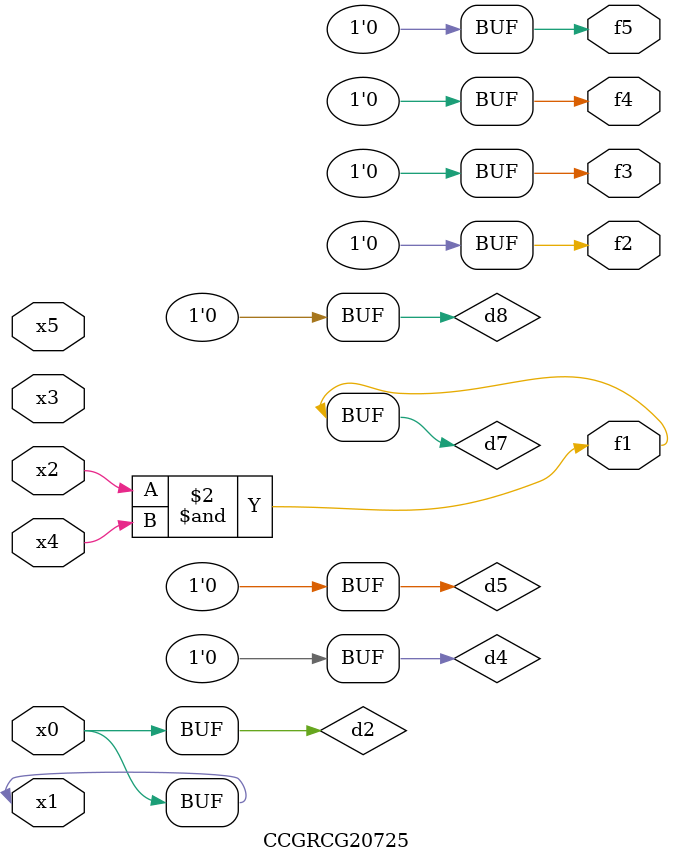
<source format=v>
module CCGRCG20725(
	input x0, x1, x2, x3, x4, x5,
	output f1, f2, f3, f4, f5
);

	wire d1, d2, d3, d4, d5, d6, d7, d8, d9;

	nand (d1, x1);
	buf (d2, x0, x1);
	nand (d3, x2, x4);
	and (d4, d1, d2);
	and (d5, d1, d2);
	nand (d6, d1, d3);
	not (d7, d3);
	xor (d8, d5);
	nor (d9, d5, d6);
	assign f1 = d7;
	assign f2 = d8;
	assign f3 = d8;
	assign f4 = d8;
	assign f5 = d8;
endmodule

</source>
